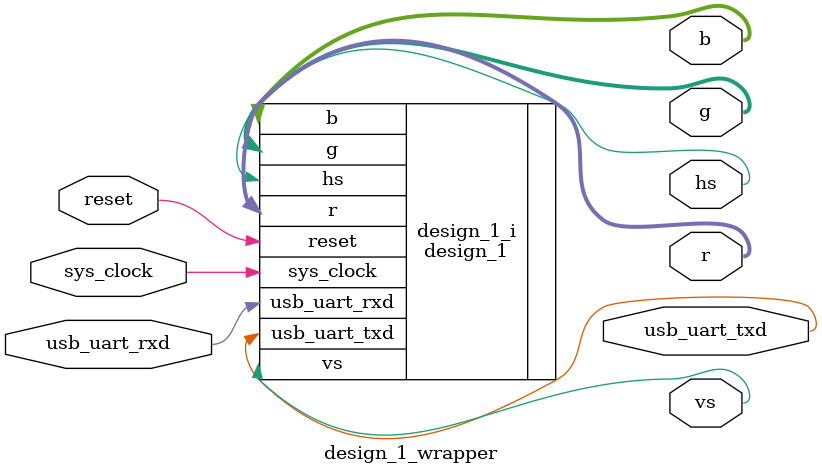
<source format=v>
`timescale 1 ps / 1 ps

module design_1_wrapper
   (b,
    g,
    hs,
    r,
    reset,
    sys_clock,
    usb_uart_rxd,
    usb_uart_txd,
    vs);
  output [3:0]b;
  output [3:0]g;
  output hs;
  output [3:0]r;
  input reset;
  input sys_clock;
  input usb_uart_rxd;
  output usb_uart_txd;
  output vs;

  wire [3:0]b;
  wire [3:0]g;
  wire hs;
  wire [3:0]r;
  wire reset;
  wire sys_clock;
  wire usb_uart_rxd;
  wire usb_uart_txd;
  wire vs;

  design_1 design_1_i
       (.b(b),
        .g(g),
        .hs(hs),
        .r(r),
        .reset(reset),
        .sys_clock(sys_clock),
        .usb_uart_rxd(usb_uart_rxd),
        .usb_uart_txd(usb_uart_txd),
        .vs(vs));
endmodule

</source>
